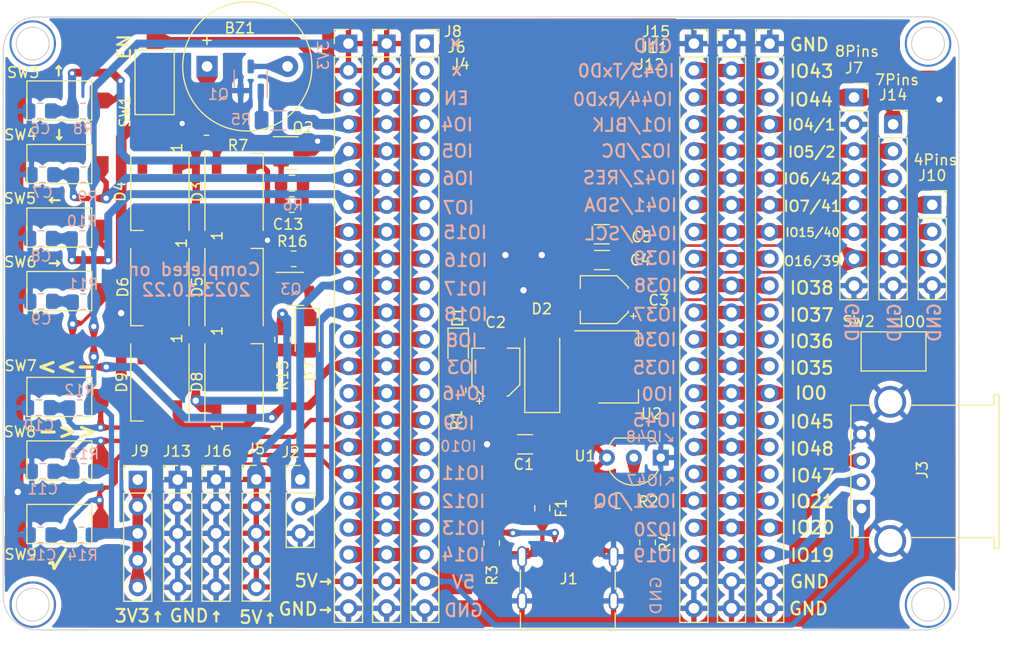
<source format=kicad_pcb>
(kicad_pcb (version 20221018) (generator pcbnew)
  (layers (0 "F.Cu" signal) (31 "B.Cu" signal) (34 "B.Paste" user) (35 "F.Paste" user) (36 "B.SilkS" user "B.Silkscreen") (37 "F.SilkS" user "F.Silkscreen") (38 "B.Mask" user) (39 "F.Mask" user) (44 "Edge.Cuts" user))
  (net 0 "")
  (net 1 "+5V")
  (net 2 "Net-(BZ1-+)")
  (net 3 "GND")
  (net 4 "Net-(D1-A)")
  (net 5 "Net-(F1-Pad1)")
  (net 6 "Net-(J1-CC1)")
  (net 7 "Net-(J1-D+-PadA6)")
  (net 8 "Net-(J1-D--PadA7)")
  (net 10 "Net-(J1-CC2)")
  (net 12 "+3V3")
  (net 13 "/EN")
  (net 14 "/GPIO4")
  (net 15 "/GPIO6")
  (net 16 "/GPIO7")
  (net 17 "/GPIO5")
  (net 18 "/GPIO16")
  (net 19 "/GPIO17")
  (net 20 "/GPIO18")
  (net 21 "/GPIO8")
  (net 22 "/GPIO3")
  (net 23 "/GPIO46")
  (net 24 "/GPIO9")
  (net 25 "/GPIO10")
  (net 26 "/GPIO11")
  (net 27 "/GPIO12")
  (net 28 "/GPIO13")
  (net 29 "/GPIO14")
  (net 30 "/TxD0")
  (net 31 "/RxD0")
  (net 32 "/GPIO42")
  (net 33 "/GPIO41")
  (net 34 "/GPIO40")
  (net 35 "/GPIO39")
  (net 36 "/GPIO38")
  (net 37 "/GPIO37")
  (net 38 "/GPIO36")
  (net 39 "/GPIO35")
  (net 40 "/GPIO0")
  (net 41 "/GPIO45")
  (net 42 "/GPIO48")
  (net 43 "/GPIO47")
  (net 44 "/GPIO21")
  (net 45 "Net-(Q1-B)")
  (net 46 "/D-")
  (net 47 "/D+")
  (net 48 "Net-(Q2-B)")
  (net 49 "/BLK")
  (net 50 "/DC")
  (net 51 "/DIN")
  (net 52 "Net-(D3-DOUT)")
  (net 53 "Net-(Q3-B)")
  (net 55 "Net-(D4-DIN)")
  (net 56 "Net-(D5-DOUT)")
  (net 57 "Net-(D6-DIN)")
  (net 58 "Net-(D7-K)")
  (net 59 "Net-(D7-A)")
  (net 60 "Net-(D8-DOUT)")
  (net 63 "Net-(D3-DIN)")
  (footprint "Connector_PinHeader_2.54mm:PinHeader_1x22_P2.54mm_Vertical" (layer "F.Cu") (at 166.95 80)
    (fp_text reference "J11")
    (fp_text value "Conn_01x22_Pin")
  )
  (footprint "Connector_PinSocket_2.54mm:PinSocket_1x07_P2.54mm_Vertical" (layer "F.Cu") (at 182.2 87.63)
    (fp_text reference "J14")
    (fp_text value "Conn_01x07_Socket")
  )
  (footprint "Resistor_SMD:R_0805_2012Metric_Pad1.20x1.40mm_HandSolder" (layer "F.Cu") (at 141.14 112.75 -90)
    (fp_text reference "R1")
    (fp_text value "10k")
  )
  (footprint "Connector_PinHeader_2.54mm:PinHeader_1x05_P2.54mm_Vertical" (layer "F.Cu") (at 122.1 121.17)
    (fp_text reference "J5")
    (fp_text value "Conn_01x05_Pin")
  )
  (footprint "Button_Switch_SMD:SW_SPST_CK_RS282G05A3" (layer "F.Cu") (at 103.51 113.38)
    (fp_text reference "SW7")
    (fp_text value "SW_Push_Open")
  )
  (footprint "Resistor_SMD:R_0805_2012Metric_Pad1.20x1.40mm_HandSolder" (layer "F.Cu") (at 117.4 89.4 180)
    (fp_text reference "R7")
    (fp_text value "5.1k")
  )
  (footprint "Connector_USB:USB_A_Stewart_SS-52100-001_Horizontal" (layer "F.Cu") (at 179.22 123.91 90)
    (fp_text reference "J3")
    (fp_text value "USB_A")
  )
  (footprint "Connector_PinHeader_2.54mm:PinHeader_1x05_P2.54mm_Vertical" (layer "F.Cu") (at 114.68 121.19)
    (fp_text reference "J13")
    (fp_text value "Conn_01x05_Pin")
  )
  (footprint "Button_Switch_SMD:SW_SPST_CK_RS282G05A3" (layer "F.Cu") (at 103.51 103.38)
    (fp_text reference "SW6")
    (fp_text value "SW_Push_Open")
  )
  (footprint "Connector_PinHeader_2.54mm:PinHeader_1x05_P2.54mm_Vertical" (layer "F.Cu") (at 110.91 121.19)
    (fp_text reference "J9")
    (fp_text value "Conn_01x05_Pin")
  )
  (footprint "LED_SMD:LED_0805_2012Metric_Pad1.15x1.40mm_HandSolder" (layer "F.Cu") (at 141.15 108.735 -90)
    (fp_text reference "D1")
    (fp_text value "LED_Green")
  )
  (footprint "Capacitor_SMD:C_1206_3216Metric_Pad1.33x1.80mm_HandSolder" (layer "F.Cu") (at 154.74 100.45 180)
    (fp_text reference "C4")
    (fp_text value "0.1uF")
  )
  (footprint "Connector_PinHeader_2.54mm:PinHeader_1x05_P2.54mm_Vertical" (layer "F.Cu") (at 118.3 121.18)
    (fp_text reference "J16")
    (fp_text value "Conn_01x05_Pin")
  )
  (footprint "Button_Switch_SMD:SW_SPST_CK_RS282G05A3" (layer "F.Cu") (at 103.51 119.38)
    (fp_text reference "SW8")
    (fp_text value "SW_Push_Open")
  )
  (footprint "Button_Switch_SMD:SW_SPST_CK_RS282G05A3" (layer "F.Cu") (at 103.51 91.38)
    (fp_text reference "SW4")
    (fp_text value "SW_Push_Open")
  )
  (footprint "Connector_PinSocket_2.54mm:PinSocket_1x22_P2.54mm_Vertical" (layer "F.Cu") (at 138 80)
    (fp_text reference "J8")
    (fp_text value "Conn_01x22_Socket")
  )
  (footprint "LED_SMD:LED_WS2812B_PLCC4_5.0x5.0mm_P3.2mm" (layer "F.Cu") (at 113 112 -90)
    (fp_text reference "D9")
    (fp_text value "WS2812B")
  )
  (footprint "Capacitor_SMD:C_1206_3216Metric_Pad1.33x1.80mm_HandSolder" (layer "F.Cu") (at 147.4625 117.85 180)
    (fp_text reference "C1")
    (fp_text value "0.1uF")
  )
  (footprint "LED_SMD:LED_WS2812B_PLCC4_5.0x5.0mm_P3.2mm" (layer "F.Cu") (at 113 94 -90)
    (fp_text reference "D4")
    (fp_text value "WS2812B")
  )
  (footprint "Connector_PinSocket_2.54mm:PinSocket_1x08_P2.54mm_Vertical" (layer "F.Cu") (at 178.51 85.09)
    (fp_text reference "J7")
    (fp_text value "Conn_01x08_Socket")
  )
  (footprint "Connector_PinHeader_2.54mm:PinHeader_1x03_P2.54mm_Vertical" (layer "F.Cu") (at 126.25 121.18)
    (fp_text reference "J2")
    (fp_text value "Conn_01x03_Pin")
  )
  (footprint "Buzzer_Beeper:Buzzer_12x9.5RM7.6" (layer "F.Cu") (at 117.45 82.16)
    (fp_text reference "BZ1")
    (fp_text value "Buzzer")
  )
  (footprint "Capacitor_SMD:C_0805_2012Metric_Pad1.18x1.45mm_HandSolder" (layer "F.Cu") (at 125.4705 93.179)
    (fp_text reference "C13")
    (fp_text value "22pF")
  )
  (footprint "Connector_USB:USB_C_Receptacle_Palconn_UTC16-G" (layer "F.Cu") (at 151.5 130.405)
    (fp_text reference "J1")
    (fp_text value "USB_C_Receptacle_USB2.0")
  )
  (footprint "Resistor_SMD:R_0805_2012Metric_Pad1.20x1.40mm_HandSolder" (layer "F.Cu") (at 159.03 127.12 -90)
    (fp_text reference "R4")
    (fp_text value "5.1k")
  )
  (footprint "Package_TO_SOT_SMD:SOT-23" (layer "F.Cu") (at 125.38 90.36)
    (fp_text reference "Q2")
    (fp_text value "S8550")
  )
  (footprint "Connector_PinSocket_2.54mm:PinSocket_1x04_P2.54mm_Vertical" (layer "F.Cu") (at 185.9 95.23)
    (fp_text reference "J10")
    (fp_text value "Conn_01x04_Socket")
  )
  (footprint "Connector_PinHeader_2.54mm:PinHeader_1x22_P2.54mm_Vertical" (layer "F.Cu") (at 170.55 80)
    (fp_text reference "J12")
    (fp_text value "Conn_01x22_Pin")
  )
  (footprint "Connector_PinSocket_2.54mm:PinSocket_1x22_P2.54mm_Vertical" (layer "F.Cu") (at 163.4 80)
    (fp_text reference "J15")
    (fp_text value "Conn_01x22_Socket")
  )
  (footprint "Package_TO_SOT_SMD:SOT-23-3_S8050" (layer "F.Cu") (at 125.7675 103.17)
    (fp_text reference "Q3")
    (fp_text value "S8050")
  )
  (footprint "Package_TO_SOT_THT:TO-92_Inline_Wide" (layer "F.Cu") (at 160.27 119.11 180)
    (fp_text reference "U1")
    (fp_text value "DS18B20")
  )
  (footprint "Resistor_SMD:R_0805_2012Metric_Pad1.20x1.40mm_HandSolder" (layer "F.Cu") (at 144.31 127.19 -90)
    (fp_text reference "R3")
    (fp_text value "5.1k")
  )
  (footprint "Connector_PinHeader_2.54mm:PinHeader_1x22_P2.54mm_Vertical" (layer "F.Cu") (at 130.8 80)
    (fp_text reference "J4")
    (fp_text value "Conn_01x22_Pin")
  )
  (footprint "Button_Switch_SMD:SW_SPST_CK_RS282G05A3" (layer "F.Cu") (at 103.51 85.38)
    (fp_text reference "SW3")
    (fp_text value "SW_Push_Open")
  )
  (footprint "Resistor_SMD:R_0805_2012Metric_Pad1.20x1.40mm_HandSolder" (layer "F.Cu") (at 124.58 107.95 -90)
    (fp_text reference "R15")
    (fp_text value "100R")
  )
  (footprint "Capacitor_SMD:CP_Elec_4x5.4" (layer "F.Cu") (at 144.71 111.03 90)
    (fp_text reference "C2")
    (fp_text value "22uF")
  )
  (footprint "Button_Switch_SMD:SW_SPST_CK_RS282G05A3" (layer "F.Cu") (at 103.51 97.38)
    (fp_text reference "SW5")
    (fp_text value "SW_Push_Open")
  )
  (footprint "Capacitor_SMD:CP_Elec_4x5.4" (layer "F.Cu") (at 154.94 104.19 180)
    (fp_text reference "C3")
    (fp_text value "22uF")
  )
  (footprint "Resistor_SMD:R_0805_2012Metric_Pad1.20x1.40mm_HandSolder" (layer "F.Cu") (at 156.21 123.18 180)
    (fp_text reference "R2")
    (fp_text value "4.7k")
  )
  (footprint "Button_Switch_SMD:SW_SPST_CK_RS282G05A3" (layer "F.Cu") (at 182.24 109.08 180)
    (fp_text reference "SW2")
    (fp_text value "SW_Push_Open")
  )
  (footprint "Package_TO_SOT_SMD:SOT-223-3_TabPin2" (layer "F.Cu") (at 156.26 110.54)
    (fp_text reference "U2")
    (fp_text value "AMS1117-3.3")
  )
  (footprint "LED_SMD:LED_1206_3216Metric_Pad1.42x1.75mm_HandSolder" (layer "F.Cu") (at 126.91 107.4675 -90)
    (fp_text reference "D7")
    (fp_text value "LED")
  )
  (footprint "LED_SMD:LED_WS2812B_PLCC4_5.0x5.0mm_P3.2mm" (layer "F.Cu") (at 113 103 -90)
    (fp_text reference "D6")
    (fp_text value "WS2812B")
  )
  (footprint "Button_Switch_SMD:SW_SPST_CK_RS282G05A3" (layer "F.Cu") (at 112.5 83.65 90)
    (fp_text reference "SW1")
    (fp_text value "SW_Push_Open")
  )
  (footprint "Resistor_SMD:R_0805_2012Metric_Pad1.20x1.40mm_HandSolder" (layer "F.Cu") (at 125.63 100.33 180)
    (fp_text reference "R16")
    (fp_text value "5.1k")
  )
  (footprint "Resistor_SMD:R_0805_2012Metric_Pad1.20x1.40mm_HandSolder" (layer "F.Cu") (at 125.45 95.21 180)
    (fp_text reference "R6")
    (fp_text value "5.1k")
  )
  (footprint "LED_SMD:LED_WS2812B_PLCC4_5.0x5.0mm_P3.2mm" (layer "F.Cu") (at 120 112 90)
    (fp_text reference "D8")
    (fp_text value "WS2812B")
  )
  (footprint "Diode_SMD:D_SMA_Handsoldering" (layer "F.Cu") (at 149.09 110.34 90)
    (fp_text reference "D2")
    (fp_text value "ESD5Zxx")
  )
  (footprint "Fuse:Fuse_0805_2012Metric_Pad1.15x1.40mm_HandSolder" (layer "F.Cu") (at 149.09 123.885 90)
    (fp_text reference "F1")
    (fp_text value "Fuse_Small")
  )
  (footprint "LED_SMD:LED_WS2812B_PLCC4_5.0x5.0mm_P3.2mm" (layer "F.Cu") (at 120 103 90)
    (fp_text reference "D5")
    (fp_text value "WS2812B")
  )
  (footprint "Capacitor_SMD:C_1206_3216Metric_Pad1.33x1.80mm_HandSolder" (layer "F.Cu") (at 154.6975 98.01 180)
    (fp_text reference "C5")
    (fp_text value "0.1uF")
  )
  (footprint "LED_SMD:LED_WS2812B_PLCC4_5.0x5.0mm_P3.2mm" (layer "F.Cu") (at 120 94 90)
    (fp_text reference "D3")
    (fp_text value "WS2812B")
  )
  (footprint "Button_Switch_SMD:SW_SPST_CK_RS282G05A3" (layer "F.Cu") (at 103.51 125.38)
    (fp_text reference "SW9")
    (fp_text value "SW_Push_Open")
  )
  (footprint "Connector_PinHeader_2.54mm:PinHeader_1x22_P2.54mm_Vertical" (layer "F.Cu") (at 134.4 80)
    (fp_text reference "J6")
    (fp_text value "Conn_01x22_Pin")
  )
  (footprint "Resistor_SMD:R_0805_2012Metric_Pad1.20x1.40mm_HandSolder" (layer "B.Cu") (at 105.75 86.38 180)
    (fp_text reference "R8")
    (fp_text value "9.1k")
  )
  (footprint "Capacitor_SMD:C_0805_2012Metric_Pad1.18x1.45mm_HandSolder" (layer "B.Cu") (at 101.5825 114.39)
    (fp_text reference "C10")
    (fp_text value "22pF")
  )
  (footprint "Capacitor_SMD:C_0805_2012Metric_Pad1.18x1.45mm_HandSolder" (layer "B.Cu") (at 101.8 104.35)
    (fp_text reference "C9")
    (fp_text value "22pF")
  )
  (footprint "Capacitor_SMD:C_0805_2012Metric_Pad1.18x1.45mm_HandSolder" (layer "B.Cu") (at 101.9125 92.39)
    (fp_text reference "C7")
    (fp_text value "22pF")
  )
  (footprint "Resistor_SMD:R_1206_3216Metric_Pad1.30x1.75mm_HandSolder" (layer "B.Cu") (at 124.15 87.25 180)
    (fp_text reference "R5")
    (fp_text value "5.1k")
  )
  (footprint "Resistor_SMD:R_0805_2012Metric_Pad1.20x1.40mm_HandSolder" (layer "B.Cu") (at 105.78 92.39 180)
    (fp_text reference "R9")
    (fp_text value "9.1k")
  )
  (footprint "Resistor_SMD:R_0805_2012Metric_Pad1.20x1.40mm_HandSolder" (layer "B.Cu") (at 105.59 126.41 180)
    (fp_text reference "R14")
    (fp_text value "9.1k")
  )
  (footprint "Capacitor_SMD:C_0805_2012Metric_Pad1.18x1.45mm_HandSolder" (layer "B.Cu") (at 101.7825 98.41)
    (fp_text reference "C8")
    (fp_text value "22pF")
  )
  (footprint "Capacitor_SMD:C_0805_2012Metric_Pad1.18x1.45mm_HandSolder" (layer "B.Cu") (at 101.7425 126.41)
    (fp_text reference "C12")
    (fp_text value "22pF")
  )
  (footprint "Resistor_SMD:R_0805_2012Metric_Pad1.20x1.40mm_HandSolder" (layer "B.Cu") (at 105.43 114.39 180)
    (fp_text reference "R12")
    (fp_text value "9.1k")
  )
  (footprint "Resistor_SMD:R_0805_2012Metric_Pad1.20x1.40mm_HandSolder" (layer "B.Cu") (at 105.82 120.41 180)
    (fp_text reference "R13")
    (fp_text value "9.1k")
  )
  (footprint "Package_TO_SOT_SMD:SOT-23-3_S8050" (layer "B.Cu") (at 121.57 83.3025 90)
    (fp_text reference "Q1")
    (fp_text value "S8050")
  )
  (footprint "Capacitor_SMD:C_0805_2012Metric_Pad1.18x1.45mm_HandSolder" (layer "B.Cu") (at 101.7025 86.37)
    (fp_text reference "C6")
    (fp_text value "22pF")
  )
  (footprint "Resistor_SMD:R_0805_2012Metric_Pad1.20x1.40mm_HandSolder" (layer "B.Cu") (at 105.66 98.42 180)
    (fp_text reference "R10")
    (fp_text value "9.1k")
  )
  (footprint "Capacitor_SMD:C_0805_2012Metric_Pad1.18x1.45mm_HandSolder" (layer "B.Cu") (at 101.94 120.4)
    (fp_text reference "C11")
    (fp_text value "22pF")
  )
  (footprint "Resistor_SMD:R_0805_2012Metric_Pad1.20x1.40mm_HandSolder" (layer "B.Cu") (at 105.76 104.39 180)
    (fp_text reference "R11")
    (fp_text value "9.1k")
  )
  (gr_circle (center 101 133) (end 103.1 133) (stroke (width 0.2)) (fill none) (layer "F.Cu"))
  (gr_circle (center 185.5 133) (end 187.6 133) (stroke (width 0.2)) (fill none) (layer "B.Cu"))
  (gr_circle (center 185.5 80) (end 187.6 80) (stroke (width 0.2)) (fill none) (layer "B.Cu"))
  (gr_circle (center 101 80) (end 103.1 80) (stroke (width 0.2)) (fill none) (layer "B.Cu"))
  (gr_circle (center 101 133) (end 103.1 133) (stroke (width 0.2)) (fill none) (layer "B.Cu"))
  (gr_line (start 185.3 135.384011) (end 101.381328 135.384011) (stroke (width 0.1)) (layer "Edge.Cuts"))
  (gr_line (start 101.330752 77.489983) (end 185.238638 77.476002) (stroke (width 0.1)) (layer "Edge.Cuts"))
  (gr_circle (center 101 80) (end 102.55 80) (stroke (width 0.1)) (fill none) (layer "Edge.Cuts"))
  (gr_circle (center 185.5 133) (end 187.05 133) (stroke (width 0.1)) (fill none) (layer "Edge.Cuts"))
  (gr_arc (start 101.381328 135.384011) (mid 99.16 134.47) (end 98.211311 132.26326) (stroke (width 0.1)) (layer "Edge.Cuts"))
  (gr_arc (start 188.420751 132.213994) (mid 187.506753 134.435356) (end 185.3 135.384011) (stroke (width 0.1)) (layer "Edge.Cuts"))
  (gr_arc (start 185.238638 77.476002) (mid 187.459989 78.389989) (end 188.408655 80.596753) (stroke (width 0.1)) (layer "Edge.Cuts"))
  (gr_arc (start 98.210001 80.66) (mid 99.124012 78.438672) (end 101.330752 77.489983) (stroke (width 0.1)) (layer "Edge.Cuts"))
  (gr_circle (center 185.5 80) (end 187.05 80) (stroke (width 0.1)) (fill none) (layer "Edge.Cuts"))
  (gr_line (start 98.211311 132.26326) (end 98.210001 80.66) (stroke (width 0.1)) (layer "Edge.Cuts"))
  (gr_line (start 188.420751 132.213994) (end 188.408655 80.596753) (stroke (width 0.1)) (layer "Edge.Cuts"))
  (gr_circle (center 101 133) (end 102.55 133) (stroke (width 0.1)) (fill none) (layer "Edge.Cuts"))
  (gr_text "x" (at 141.51 80.56) (layer "B.SilkS") (effects (font (size 1.2 1.2) (thickness 0.2) bold) (justify left bottom mirror)))
  (gr_text "IO9" (at 142.83 116.56) (layer "B.SilkS") (effects (font (size 1.2 1.2) (thickness 0.2) bold) (justify left bottom mirror)))
  (gr_text "IO1/BLK" (at 161.51 88.4) (layer "B.SilkS") (effects (font (size 1.2 1.2) (thickness 0.2) bold) (justify left bottom mirror)))
  (gr_text "IO21/DQ" (at 161.87 123.92) (layer "B.SilkS") (effects (font (size 1.2 1.2) (thickness 0.2) bold) (justify left bottom mirror)))
  (gr_text "IO3" (at 143.2 111.29) (layer "B.SilkS") (effects (font (size 1.2 1.2) (thickness 0.2) bold) (justify left bottom mirror)))
  (gr_text "EN" (at 142.27 85.87) (layer "B.SilkS") (effects (font (size 1.2 1.2) (thickness 0.2) bold) (justify left bottom mirror)))
  (gr_text "IO46" (at 143.9 113.75) (layer "B.SilkS") (effects (font (size 1.2 1.2) (thickness 0.2) bold) (justify left bottom mirror)))
  (gr_text "↙IO48" (at 161.75 117.72) (layer "B.SilkS") (effects (font (size 1 1)) (justify left bottom mirror)))
  (gr_text "IO14" (at 143.84 128.99) (layer "B.SilkS") (effects (font (size 1.2 1.2) (thickness 0.2) bold) (justify left bottom mirror)))
  (gr_text "↖IO47" (at 161.82 121.86) (layer "B.SilkS") (effects (font (size 1 1)) (justify left bottom mirror)))
  (gr_text "GND" (at 183.04 104.41 90) (layer "B.SilkS") (effects (font (size 1.2 1.2) (thickness 0.2) bold) (justify left bottom mirror)))
  (gr_text "IO7" (at 142.8 96.22) (layer "B.SilkS") (effects (font (size 1.2 1.2) (thickness 0.2) bold) (justify left bottom mirror)))
  (gr_text "IO12" (at 143.84 123.94) (layer "B.SilkS") (effects (font (size 1.2 1.2) (thickness 0.2) bold) (justify left bottom mirror)))
  (gr_text "GND" (at 179.08 104.36 90) (layer "B.SilkS") (effects (font (size 1.2 1.2) (thickness 0.2) bold) (justify left bottom mirror)))
  (gr_text "IO43\\TxD0" (at 161.71 83.28) (layer "B.SilkS") (effects (font (size 1.2 1.2) (thickness 0.2) bold) (justify left bottom mirror)))
  (gr_text "IO5" (at 142.69 90.86) (layer "B.SilkS") (effects (font (size 1.2 1.2) (thickness 0.2) bold) (justify left bottom mirror)))
  (gr_text "IO13" (at 143.86 126.47) (layer "B.SilkS") (effects (font (size 1.2 1.2) (thickness 0.2) bold) (justify left bottom mirror)))
  (gr_text "GND" (at 186.8 104.39 90) (layer "B.SilkS") (effects (font (size 1.2 1.2) (thickness 0.2) bold) (justify left bottom mirror)))
  (gr_text "IO35" (at 161.88 111.32) (layer "B.SilkS") (effects (font (size 1.2 1.2) (thickness 0.2) bold) (justify left bottom mirror)))
  (gr_text "IO40/SCL" (at 161.95 98.66) (layer "B.SilkS") (effects (font (size 1.2 1.2) (thickness 0.2) bold) (justify left bottom mirror)))
  (gr_text "IO39" (at 161.93 100.98) (layer "B.SilkS") (effects (font (size 1.2 1.2) (thickness 0.2) bold) (justify left bottom mirror)))
  (gr_text "IO41/SDA" (at 161.94 95.97) (layer "B.SilkS") (effects (font (size 1.2 1.2) (thickness 0.2) bold) (justify left bottom mirror)))
  (gr_text "IO16" (at 144.05 101.17) (layer "B.SilkS") (effects (font (size 1.2 1.2) (thickness 0.2) bold) (justify left bottom mirror)))
  (gr_text "IO17" (at 144.03 103.87) (layer "B.SilkS") (effects (font (size 1.2 1.2) (thickness 0.2) bold) (justify left bottom mirror)))
  (gr_text "IO18" (at 144.07 106.28) (layer "B.SilkS") (effects (font (size 1.2 1.2) (thickness 0.2) bold) (justify left bottom mirror)))
  (gr_text "IO45" (at 161.88 116.27) (layer "B.SilkS") (effects (font (size 1.2 1.2) (thickness 0.2) bold) (justify left bottom mirror)))
  (gr_text "IO37" (at 161.95 106.31) (layer "B.SilkS") (effects (font (size 1.2 1.2) (thickness 0.2) bold) (justify left bottom mirror)))
  (gr_text "x" (at 141.63 83.14) (layer "B.SilkS") (effects (font (size 1.2 1.2) (thickness 0.2) bold) (justify left bottom mirror)))
  (gr_text "IO44\\RxD0" (at 161.54 85.98) (layer "B.SilkS") (effects (font (size 1.2 1.2) (thickness 0.2) bold) (justify left bottom mirror)))
  (gr_text "GND" (at 160.41 130.2 90) (layer "B.SilkS") (effects (font (size 1 1.2)) (justify left bottom mirror)))
  (gr_text "GND" (at 143.63 134.24) (layer "B.SilkS") (effects (font (size 1.2 1.2) (thickness 0.2) bold) (justify left bottom mirror)))
  (gr_text "3V3" (at 129.02 79.64 90) (layer "B.SilkS") (effects (font (size 1 1)) (justify left bottom mirror)))
  (gr_text "IO2/DC" (at 161.42 90.86) (layer "B.SilkS") (effects (font (size 1.2 1.2) (thickness 0.2) bold) (justify left bottom mirror)))
  (gr_text "IO19" (at 161.93 129.07) (layer "B.SilkS") (effects (font (size 1.2 1.2) (thickness 0.2) bold) (justify left bottom mirror)))
  (gr_text "IO11" (at 143.83 121.28) (layer "B.SilkS") (effects (font (size 1.2 1.2) (thickness 0.2) bold) (justify left bottom mirror)))
  (gr_text "5V" (at 142.87 131.56) (layer "B.SilkS") (effects (font (size 1.2 1.2) (thickness 0.2) bold) (justify left bottom mirror)))
  (gr_text "IO0" (at 161.57 113.82) (layer "B.SilkS") (effects (font (size 1.2 1.2) (thickness 0.2) bold) (justify left bottom mirror)))
  (gr_text "IO15" (at 144 98.54) (layer "B.SilkS") (effects (font (size 1.2 1.2) (thickness 0.2) bold) (justify left bottom mirror)))
  (gr_text "IO10" (at 142.99 118.62) (layer "B.SilkS") (effects (font (size 1 1)) (justify left bottom mirror)))
  (gr_text "IO42/RES" (at 161.86 93.38) (layer "B.SilkS") (effects (font (size 1.2 1.2) (thickness 0.2) bold) (justify left bottom mirror)))
  (gr_text "IO36" (at 161.9 108.68) (layer "B.SilkS") (effects (font (size 1.2 1.2) (thickness 0.2) bold) (justify left bottom mirror)))
  (gr_text "IO8" (at 143.11 108.74) (layer "B.SilkS") (effects (font (size 1.2 1.2) (thickness 0.2) bold) (justify left bottom mirror)))
  (gr_text "IO6" (at 142.76 93.44) (layer "B.SilkS") (effects (font (size 1.2 1.2) (thickness 0.2) bold) (justify left bottom mirror)))
  (gr_text "GND" (at 161.5 80.91) (layer "B.SilkS") (effects (font (size 1.2 1.2) (thickness 0.2) bold) (justify left bottom mirror)))
  (gr_text "IO38" (at 161.99 103.57) (layer "B.SilkS") (effects (font (size 1.2 1.2) (thickness 0.2) bold) (justify left bottom mirror)))
  (gr_text "Completed on\n 2023.10.22" (at 122.62 103.97) (layer "B.SilkS") (effects (font (size 1.2 1.2) (thickness 0.2) bold) (justify left bottom mirror)))
  (gr_text "IO20" (at 161.95 126.62) (layer "B.SilkS") (effects (font (size 1.2 1.2) (thickness 0.2) bold) (justify left bottom mirror)))
  (gr_text "IO4" (at 142.67 88.37) (layer "B.SilkS") (effects (font (size 1.2 1.2) (thickness 0.2) bold) (justify left bottom mirror)))
  (gr_text "4Pins" (at 184.02 91.57) (layer "F.SilkS") (effects (font (size 1 1)) (justify left bottom)))
  (gr_text "GND" (at 172.26 134.08) (layer "F.SilkS") (effects (font (size 1.2 1.2) (thickness 0.2) bold) (justify left bottom)))
  (gr_text "→" (at 102.18 101.37) (layer "F.SilkS") (effects (font (size 1.2 1.2) (thickness 0.2) bold) (justify left bottom)))
  (gr_text "3V3↑" (at 108.61 134.76) (layer "F.SilkS") (effects (font (size 1.2 1.2) (thickness 0.2) bold) (justify left bottom)))
  (gr_text "IO19" (at 172.39 129.03) (layer "F.SilkS") (effects (font (size 1.2 1.2) (thickness 0.2) bold) (justify left bottom)))
  (gr_text "IO15/40" (at 171.95 98.31) (layer "F.SilkS") (effects (font (size 0.8 0.8) (thickness 0.15) bold) (justify left bottom)))
  (gr_text "↑" (at 102.57 83.19) (layer "F.SilkS") (effects (font (size 1.2 1.2) (thickness 0.2) bold) (justify left bottom)))
  (gr_text "IO0" (at 172.84 113.72) (layer "F.SilkS") (effects (font (size 1.2 1.2) (thickness 0.2) bold) (justify left bottom)))
  (gr_text "IO38" (at 172.33 103.79) (layer "F.SilkS") (effects (font (size 1.2 1.2) (thickness 0.2) bold) (justify left bottom)))
  (gr_text "←" (at 102.2 95.41) (layer "F.SilkS") (effects (font (size 1.2 1.2) (thickness 0.2) bold) (justify left bottom)))
  (gr_text "IO4/1" (at 172.13 88.26) (layer "F.SilkS") (effects (font (size 1 1) (thickness 0.18) bold) (justify left bottom)))
  (gr_text "GND→" (at 124.08 134.11) (layer "F.SilkS") (effects (font (size 1.2 1.2) (thickness 0.2) bold) (justify left bottom)))
  (gr_text "IO48" (at 172.36 118.99) (layer "F.SilkS") (effects (font (size 1.2 1.2) (thickness 0.2) bold) (justify left bottom)))
  (gr_text "EN" (at 110.33 81.61 90) (layer "F.SilkS") (effects (font (size 1.2 1.2) (thickness 0.2) bold) (justify left bottom)))
  (gr_text "√" (at 102.11 129.78) (layer "F.SilkS") (effects (font (size 1.5 1.5) (thickness 0.3) bold) (justify left bottom)))
  (gr_text "IO37" (at 172.34 106.35) (layer "F.SilkS") (effects (font (size 1.2 1.2) (thickness 0.2) bold) (justify left bottom)))
  (gr_text "IO0" (at 182.67 106.87) (layer "F.SilkS") (effects (font (size 1 1)) (justify left bottom)))
  (gr_text "IO47" (at 172.42 121.53) (layer "F.SilkS") (effects (font (size 1.2 1.2) (thickness 0.2) bold) (justify left bottom)))
  (gr_text "GND↑" (at 113.79 134.75) (layer "F.SilkS") (effects (font (size 1.2 1.2) (thickness 0.2) bold) (justify left bottom)))
  (gr_text "->>" (at 101.33 117.46) (layer "F.SilkS") (effects (font (size 1.5 1.5) (thickness 0.3) bold) (justify left bottom)))
  (gr_text "GND" (at 172.34 80.81) (layer "F.SilkS") (effects (font (size 1.2 1.2) (thickness 0.2) bold) (justify left bottom)))
  (gr_text "O16/39" (at 171.81 101.08) (layer "F.SilkS") (effects (font (size 0.9 0.9) (thickness 0.15) bold) (justify left bottom)))
  (gr_text "7Pins" (at 180.4 84.01) (layer "F.SilkS") (effects (font (size 1 1)) (justify left bottom)))
  (gr_text "IO45" (at 172.36 116.43) (layer "F.SilkS") (effects (font (size 1.2 1.2) (thickness 0.2) bold) (justify left bottom)))
  (gr_text "IO6/42" (at 171.73 93.36) (layer "F.SilkS") (effects (font (size 1 1) (thickness 0.18) bold) (justify left bottom)))
  (gr_text "IO44" (at 172.27 86.01) (layer "F.SilkS") (effects (font (size 1.2 1.2) (thickness 0.2) bold) (justify left bottom)))
  (gr_text "GND" (at 172.37 131.53) (layer "F.SilkS") (effects (font (size 1.2 1.2) (thickness 0.2) bold) (justify left bottom)))
  (gr_text "5V→" (at 125.59 131.44) (layer "F.SilkS") (effects (font (size 1.2 1.2) (thickness 0.2) bold) (justify left bottom)))
  (gr_text "IO21" (at 172.38 123.95) (layer "F.SilkS") (effects (font (size 1.2 1.2) (thickness 0.2) bold) (justify left bottom)))
  (gr_text "<<-" (at 101.22 111.32) (layer "F.SilkS") (effects (font (size 1.5 1.5) (thickness 0.3) bold) (justify left bottom)))
  (gr_text "IO43" (at 172.32 83.32) (layer "F.SilkS") (effects (font (size 1.2 1.2) (thickness 0.2) bold) (justify left bottom)))
  (gr_text "IO35" (at 172.32 111.35) (layer "F.SilkS") (effects (font (size 1.2 1.2) (thickness 0.2) bold) (justify left bottom)))
  (gr_text "8Pins" (at 176.62 81.32) (layer "F.SilkS") (effects (font (size 1 1)) (justify left bottom)))
  (gr_text "IO7/41" (at 171.74 95.95) (layer "F.SilkS") (effects (font (size 1 1) (thickness 0.18) bold) (justify left bottom)))
  (gr_text "↓" (at 102.62 89.22) (layer "F.SilkS") (effects (font (size 1.2 1.2) (thickness 0.2) bold) (justify left bottom)))
  (gr_text "IO5/2" (at 172.17 90.83) (layer "F.SilkS") (effects (font (size 1 1) (thickness 0.18) bold) (justify left bottom)))
  (gr_text "IO20" (at 172.42 126.42) (layer "F.SilkS") (effects (font (size 1.2 1.2) (thickness 0.2) bold) (justify left bottom)))
  (gr_text "5V↑" (at 120.37 134.89) (layer "F.SilkS") (effects (font (size 1.2 1.2) (thickness 0.2) bold) (justify left bottom)))
  (gr_text "IO36" (at 172.32 108.83) (layer "F.SilkS") (effects (font (size 1.2 1.2) (thickness 0.2) bold) (justify left bottom)))
  (segment (start 118.35 105.45) (end 116.5 105.45) (width 0.5) (layer "F.Cu") (net 1))
  (segment (start 116.4 96.54) (end 116.4 100.56) (width 0.75) (layer "F.Cu") (net 1))
  (segment (start 116.39 109.55) (end 116.4 109.56) (width 0.5) (layer "F.Cu") (net 1))
  (segment (start 116.4 113.87) (end 116.98 114.45) (width 0.75) (layer "F.Cu") (net 1))
  (segment (start 116.39 100.55) (end 116.4 100.56) (width 0.5) (layer "F.Cu") (net 1))
  (segment (start 116.4 100.56) (end 116.4 105.55) (width 0.75) (layer "F.Cu") (net 1))
  (segment (start 117.46 85.57) (end 117.46 82.17) (width 0.75) (layer "F.Cu") (net 1))
  (segment (start 114.65 91.55) (end 116.27 91.55) (width 0.5) (layer "F.Cu") (net 1))
  (segment (start 114.65 100.55) (end 116.39 100.55) (width 0.5) (layer "F.Cu") (net 1))
  (segment (start 116.4 91.68) (end 116.4 96.54) (width 0.75) (layer "F.Cu") (net 1))
  (segment (start 116.4 105.55) (end 116.4 109.56) (width 0.75) (layer "F.Cu") (net 1))
  (segment (start 116.4 89.4) (end 116.4 91.68) (width 0.75) (layer "F.Cu") (net 1))
  (segment (start 116.4 89.4) (end 116.4 86.63) (width 0.75) (layer "F.Cu") (net 1))
  (segment (start 116.98 114.45) (end 118.35 114.45) (width 0.75) (layer "F.Cu") (net 1))
  (segment (start 124.58 106.95) (end 124.58 105.56) (width 1) (layer "F.Cu") (net 1))
  (segment (start 116.5 105.45) (end 116.4 105.55) (width 0.5) (layer "F.Cu") (net 1))
  (segment (start 116.37 113.73) (end 116.4 113.76) (width 0.75) (layer "F.Cu") (net 1))
  (segment (start 116.4 86.63) (end 117.46 85.57) (width 0.75) (layer "F.Cu") (net 1))
  (segment (start 116.4 113.76) (end 116.4 113.87) (width 0.75) (layer "F.Cu") (net 1))
  (segment (start 116.4 113.7) (end 116.37 113.73) (width 0.75) (layer "F.Cu") (net 1))
  (segment (start 117.46 82.17) (end 117.45 82.16) (width 0.75) (layer "F.Cu") (net 1))
  (segment (start 114.65 109.55) (end 116.39 109.55) (width 0.5) (layer "F.Cu") (net 1))
  (segment (start 116.49 96.45) (end 116.4 96.54) (width 0.5) (layer "F.Cu") (net 1))
  (segment (start 118.35 96.45) (end 116.49 96.45) (width 0.5) (layer "F.Cu") (net 1))
  (segment (start 124.58 105.56) (end 124.55 105.53) (width 1) (layer "F.Cu") (net 1))
  (segment (start 116.27 91.55) (end 116.4 91.68) (width 0.5) (layer "F.Cu") (net 1))
  (segment (start 116.4 109.56) (end 116.4 113.7) (width 0.75) (layer "F.Cu") (net 1))
  (via (at 124.55 105.53) (size 1) (drill 0.4) (layers "F.Cu" "B.Cu") (net 1))
  (via (at 116.38 113.73) (size 1) (drill 0.6) (layers "F.Cu" "B.Cu") (net 1))
  (segment (start 144.59 134.92) (end 172.67 134.92) (width 0.5) (layer "B.Cu") (net 1))
  (segment (start 122.13 118.95) (end 122.13 121.17) (width 0.75) (layer "B.Cu") (net 1))
  (segment (start 125.02 116.08) (end 125.02 106) (width 0.75) (layer "B.Cu") (net 1))
  (segment (start 124.97 113.73) (end 125.02 113.78) (width 0.75) (layer "B.Cu") (net 1))
  (segment (start 116.38 113.73) (end 124.97 113.73) (width 0.75) (layer "B.Cu") (net 1))
  (segment (start 125.02 116.08) (end 125 116.08) (width 0.75) (layer "B.Cu") (net 1))
  (segment (start 172.67 134.92) (end 179.22 128.37) (width 0.5) (layer "B.Cu") (net 1))
  (segment (start 124.52 105.56) (end 124.55 105.53) (width 0.75) (layer "B.Cu") (net 1))
  (segment (start 125.02 106) (end 124.55 105.53) (width 0.75) (layer "B.Cu") (net 1))
  (segment (start 138 130.8) (end 140.47 130.8) (width 0.5) (layer "B.Cu") (net 1))
  (segment (start 140.47 130.8) (end 144.59 134.92) (width 0.5) (layer "B.Cu") (net 1))
  (segment (start 125 116.08) (end 122.13 118.95) (width 0.75) (layer "B.Cu") (net 1))
  (segment (start 179.22 128.37) (end 179.22 123.91) (width 0.5) (layer "B.Cu") (net 1))
  (segment (start 125.05 82.16) (end 121.575 82.16) (width 0.5) (layer "B.Cu") (net 2))
  (segment (start 109.35 113.75) (end 110.05 114.45) (width 1) (layer "F.Cu") (net 3))
  (segment (start 127.88 89.22) (end 127.88 90.03) (width 0.5) (layer "F.Cu") (net 3))
  (segment (start 123.15 108.93) (end 122.53 109.55) (width 0.5) (layer "F.Cu") (net 3))
  (segment (start 147.72 128.475) (end 148.3 127.895) (width 0.4) (layer "F.Cu") (net 3))
  (segment (start 157.65 128.12) (end 159.03 128.12) (width 0.5) (layer "F.Cu") (net 3))
  (segment (start 111.35 105.45) (end 109.39 105.45) (width 0.75) (layer "F.Cu") (net 3))
  (segment (start 157.295 128.475) (end 157.65 128.12) (width 0.5) (layer "F.Cu") (net 3))
  (segment (start 122.66 91.55) (end 123.15 92.04) (width 0.5) (layer "F.Cu") (net 3))
  (segment (start 144.31 128.19) (end 146.895 128.19) (width 0.5) (layer "F.Cu") (net 3))
  (segment (start 109.35 105.45) (end 109.34 105.46) (width 1) (layer "F.Cu") (net 3))
  (segment (start 155.82 128.475) (end 157.295 128.475) (width 0.5) (layer "F.Cu") (net 3))
  (segment (start 146.895 128.19) (end 147.18 128.475) (width 0.5) (layer "F.Cu") (net 3))
  (segment (start 123.15 92.04) (end 123.15 98.58) (width 0.5) (layer "F.Cu") (net 3))
  (segment (start 109.35 105.47) (end 109.35 105.49) (width 1) (layer "F.Cu") (net 3))
  (segment (start 121.65 91.55) (end 122.66 91.55) (width 0.5) (layer "F.Cu") (net 3))
  (segment (start 99.59 122.35) (end 99.61 122.37) (width 1) (layer "F.Cu") (net 3))
  (segment (start 154.7 127.895) (end 155.24 127.895) (width 0.4) (layer "F.Cu") (net 3))
  (segment (start 124.63 104.12) (end 123.16 104.12) (width 0.5) (layer "F.Cu") (net 3))
  (segment (start 112.5 87.55) (end 110.68 87.55) (width 1) (layer "F.Cu") (net 3))
  (segment (start 122.53 109.55) (end 121.65 109.55) (width 0.5) (layer "F.Cu") (net 3))
  (segment (start 99.61 85.38) (end 99.61 122.33) (width 1) (layer "F.Cu") (net 3))
  (segment (start 127.88 90.03) (end 127.55 90.36) (width 0.5) (layer "F.Cu") (net 3))
  (segment (start 123.15 100.44) (end 123.15 104.13) (width 0.5) (layer "F.Cu") (net 3))
  (segment (start 123.16 104.12) (end 123.15 104.13) (width 0.5) (layer "F.Cu") (net 3))
  (segment (start 99.61 122.37) (end 99.61 125.38) (width 1) (layer "F.Cu") (net 3))
  (segment (start 123.15 106.23) (end 123.15 108.93) (width 0.5) (layer "F.Cu") (net 3))
  (segment (start 109.35 96.41) (end 109.35 105.45) (width 1) (layer "F.Cu") (net 3))
  (segment (start 111.35 96.45) (end 109.39 96.45) (width 1) (layer "F.Cu") (net 3))
  (segment (start 109.35 105.49) (end 109.35 113.75) (width 1) (layer "F.Cu") (net 3))
  (segment (start 112.5 87.55) (end 115.1 87.55) (width 1) (layer "F.Cu") (net 3))
  (segment (start 109.39 105.45) (end 109.35 105.49) (width 1) (layer "F.Cu") (net 3))
  (segment (start 155.24 127.895) (end 155.82 128.475) (width 0.4) (layer "F.Cu") (net 3))
  (segment (start 121.65 100.55) (end 123.04 100.55) (width 0.5) (layer "F.Cu") (net 3))
  (segment (start 143.88 117.85) (end 145.9 117.85) (width 1) (layer "F.Cu") (net 3))
  (segment (start 123.15 104.13) (end 123.15 106.23) (width 0.5) (layer "F.Cu") (net 3))
  (segment (start 109.34 105.46) (end 109.35 105.47) (width 1) (layer "F.Cu") (net 3))
  (segment (start 127.55 90.36) (end 126.3175 90.36) (width 0.5) (layer "F.Cu") (net 3))
  (segment (start 123.15 98.58) (end 123.15 100.44) (width 0.5) (layer "F.Cu") (net 3))
  (segment (start 109.39 96.45) (end 109.35 96.41) (width 1) (layer "F.Cu") (net 3))
  (segment (start 109.35 88.88) (end 109.35 96.41) (width 1) (layer "F.Cu") (net 3))
  (segment (start 110.05 114.45) (end 111.35 114.45) (width 1) (layer "F.Cu") (net 3))
  (segment (start 123.04 100.55) (end 123.15 100.44) (width 0.5) (layer "F.Cu") (net 3))
  (segment (start 110.68 87.55) (end 109.35 88.88) (width 1) (layer "F.Cu") (net 3))
  (segment (start 99.61 122.33) (end 99.59 122.35) (width 1) (layer "F.Cu") (net 3))
  (segment (start 147.18 128.475) (end 147.72 128.475) (width 0.4) (layer "F.Cu") (net 3))
  (via (at 109.34 105.46) (size 1.2) (drill 0.6) (layers "F.Cu" "B.Cu") (net 3))
  (via (at 186.57 85.28) (size 1.2) (drill 0.6) (layers "F.Cu" "B.Cu") (net 3))
  (via (at 115.1 87.55) (size 1) (drill 0.5) (layers "F.Cu" "B.Cu") (net 3))
  (via (at 99.59 122.35) (size 1.2) (drill 0.6) (layers "F.Cu" "B.Cu") (net 3))
  (via (at 143.88 117.85) (size 1.2) (drill 0.6) (layers "F.Cu" "B.Cu") (net 3))
  (via (at 149.04 99.97) (size 1.2) (drill 0.6) (layers "F.Cu" "B.Cu") (net 3))
  (via (at 127.88 89.22) (size 1) (drill 0.5) (layers "F.Cu" "B.Cu") (net 3))
  (via (at 123.15 98.58) (size 1) (drill 0.5) (layers "F.Cu" "B.Cu") (net 3))
  (via (at 147.32 103.3) (size 1.2) (drill 0.6) (layers "F.Cu" "B.Cu") (net 3))
  (via (at 145.61 99.97) (size 1.2) (drill 0.6) (layers "F.Cu" "B.Cu") (net 3))
  (segment (start 141.14 111.75) (end 141.14 109.77) (width 1) (layer "F.Cu") (net 4))
  (segment (start 141.14 109.77) (end 141.15 109.76) (width 1) (layer "F.Cu") (net 4))
  (segment (start 153.9 127.895) (end 153.9 128.490406) (width 0.25) (layer "F.Cu") (net 5))
  (segment (start 149.1 128.490406) (end 149.1 127.895) (width 0.25) (layer "F.Cu") (net 5))
  (segment (start 149.1 127.895) (end 149.1 124.92) (width 0.4) (layer "F.Cu") (net 5))
  (segment (start 153.9 128.490406) (end 153.130406 129.26) (width 0.25) (layer "F.Cu") (net 5))
  (segment (start 149.869594 129.26) (end 149.1 128.490406) (width 0.25) (layer "F.Cu") (net 5))
  (segment (start 153.130406 129.26) (end 149.869594 129.26) (width 0.25) (layer "F.Cu") (net 5))
  (segment (start 149.1 124.92) (end 149.09 124.91) (width 0.4) (layer "F.Cu") (net 5))
  (segment (start 150.25 126.43) (end 150.26 126.23) (width 0.25) (layer "F.Cu") (net 6))
  (segment (start 150.26 126.23) (end 150.24 126.42) (width 0.25) (layer "F.Cu") (net 6))
  (segment (start 150.25 127.895) (end 150.25 126.43) (width 0.25) (layer "F.Cu") (net 6))
  (segment (start 146.29 126.19) (end 144.31 126.19) (width 0.5) (layer "F.Cu") (net 6))
  (segment (start 146.33 126.23) (end 146.29 126.19) (width 0.5) (layer "F.Cu") (net 6))
  (via (at 150.26 126.23) (size 0.8) (drill 0.4) (layers "F.Cu" "B.Cu") (net 6))
  (via (at 146.33 126.23) (size 0.8) (drill 0.4) (layers "F.Cu" "B.Cu") (net 6))
  (segment (start 146.33 126.23) (end 150.26 126.23) (width 0.5) (layer "B.Cu") (net 6))
  (segment (start 151.34 128.81) (end 151.25 128.72) (width 0.25) (layer "F.Cu") (net 7))
  (segment (start 152.215 128.81) (end 151.34 128.81) (width 0.25) (layer "F.Cu") (net 7))
  (segment (start 152.25 127.895) (end 152.25 128.775) (width 0.25) (layer "F.Cu") (net 7))
  (segment (start 152.25 128.775) (end 152.215 128.81) (width 0.25) (layer "F.Cu") (net 7))
  (segment (start 151.25 128.72) (end 151.25 127.895) (width 0.25) (layer "F.Cu") (net 7))
  (segment (start 151.725 126.99) (end 150.775 126.99) (width 0.25) (layer "F.Cu") (net 8))
  (segment (start 151.75 127.015) (end 151.725 126.99) (width 0.25) (layer "F.Cu") (net 8))
  (segment (start 150.775 126.99) (end 150.75 127.015) (width 0.25) (layer "F.Cu") (net 8))
  (segment (start 150.75 127.015) (end 150.75 127.895) (width 0.25) (layer "F.Cu") (net 8))
  (segment (start 151.75 127.895) (end 151.75 127.015) (width 0.25) (layer "F.Cu") (net 8))
  (segment (start 153.25 126.63) (end 153.25 127.895) (width 0.25) (layer "F.Cu") (net 10))
  (segment (start 159.03 126.12) (end 153.76 126.12) (width 0.25) (layer "F.Cu") (net 10))
  (segment (start 153.76 126.12) (end 153.25 126.63) (width 0.25) (layer "F.Cu") (net 10))
  (segment (start 159.33 101.6) (end 177.24 101.6) (width 0.25) (layer "F.Cu") (net 12))
  (segment (start 156.74 104.19) (end 179.77 104.19) (width 0.25) (layer "F.Cu") (net 12))
  (segment (start 159.33 98.01) (end 160.4 99.08) (width 0.25) (layer "F.Cu") (net 12))
  (segment (start 178.51 100.33) (end 180.58 100.33) (width 1.25) (layer "F.Cu") (net 12))
  (segment (start 156.26 98.01) (end 159.33 98.01) (width 0.25) (layer "F.Cu") (net 12))
  (segment (start 110.91 121.19) (end 110.91 131.35) (width 1) (layer "F.Cu") (net 12))
  (segment (start 177.24 101.6) (end 178.51 100.33) (width 0.25) (layer "F.Cu") (net 12))
  (segment (start 180.58 103.38) (end 180.58 100.33) (width 0.25) (layer "F.Cu") (net 12))
  (segment (start 110.935 121.185) (end 110.94 121.19) (width 1) (layer "F.Cu") (net 12))
  (segment (start 156.3025 100.45) (end 158.18 100.45) (width 0.25) (layer "F.Cu") (net 12))
  (segment (start 185.88 100.33) (end 185.9 100.31) (width 1.25) (layer "F.Cu") (net 12))
  (segment (start 106.76 106.72) (end 106.76 109.59) (width 0.5) (layer "F.Cu") (net 12))
  (segment (start 160.4 99.08) (end 177.26 99.08) (width 0.25) (layer "F.Cu") (net 12))
  (segment (start 177.26 99.08) (end 178.51 100.33) (width 0.25) (layer "F.Cu") (net 12))
  (segment (start 179.77 104.19) (end 180.58 103.38) (width 0.25) (layer "F.Cu") (net 12))
  (segment (start 158.18 100.45) (end 159.33 101.6) (width 0.25) (layer "F.Cu") (net 12))
  (segment (start 180.58 100.33) (end 185.88 100.33) (width 1.25) (layer "F.Cu") (net 12))
  (segment (start 153.11 110.54) (end 159.41 110.54) (width 1.25) (layer "F.Cu") (net 12))
  (via (at 106.76 109.59) (size 1) (drill 0.5) (layers "F.Cu" "B.Cu") (net 12))
  (via (at 106.76 106.72) (size 1) (drill 0.5) (layers "F.Cu" "B.Cu") (net 12))
  (segment (start 106.75 84.17) (end 106.75 86.38) (width 0.75) (layer "B.Cu") (net 12))
  (segment (start 106.76 109.59) (end 106.76 112.11) (width 0.5) (layer "B.Cu") (net 12))
  (segment (start 106.43 112.44) (end 106.43 114.39) (width 0.5) (layer "B.Cu") (net 12))
  (segment (start 110.92 80) (end 106.75 84.17) (width 0.75) (layer "B.Cu") (net 12))
  (segment (start 106.78 86.41) (end 106.78 92.39) (width 0.5) (layer "B.Cu") (net 12))
  (segment (start 106.73 126.27) (end 110.91 126.27) (width 1) (layer "B.Cu") (net 12))
  (segment (start 108.43 115.18) (end 108.43 126.21) (width 0.5) (layer "B.Cu") (net 12))
  (segment (start 106.59 126.41) (end 106.73 126.27) (width 1) (layer "B.Cu") (net 12))
  (segment (start 106.76 112.11) (end 106.43 112.44) (width 0.5) (layer "B.Cu") (net 12))
  (segment (start 130.8 80) (end 110.92 80) (width 0.75) (layer "B.Cu") (net 12))
  (segment (start 106.75 86.38) (end 106.78 86.41) (width 0.5) (layer "B.Cu") (net 12))
  (segment (start 106.82 120.41) (end 108.41 120.41) (width 0.5) (layer "B.Cu") (net 12))
  (segment (start 106.76 104.39) (end 106.76 98.52) (width 0.5) (layer "B.Cu") (net 12))
  (segment (start 106.76 106.72) (end 106.76 104.39) (width 0.5) (layer "B.Cu") (net 12))
  (segment (start 106.43 114.39) (end 107.64 114.39) (width 0.5) (layer "B.Cu") (net 12))
  (segment (start 107.64 114.39) (end 108.43 115.18) (width 0.5) (layer "B.Cu") (net 12))
  (segment (start 106.76 98.52) (end 106.66 98.42) (width 0.5) (layer "B.Cu") (net 12))
  (segment (start 106.66 98.42) (end 106.66 92.51) (width 0.5) (layer "B.Cu") (net 12))
  (segment (start 108.43 126.21) (end 108.37 126.27) (width 0.5) (layer "B.Cu") (net 12))
  (segment (start 106.66 92.51) (end 106.78 92.39) (width 0.5) (layer "B.Cu") (net 12))
  (segment (start 127.31 84.02) (end 128.37 85.08) (width 0.75) (layer "F.Cu") (net 13))
  (segment (start 127.31 81.1) (end 127.31 84.02) (width 0.75) (layer "F.Cu") (net 13))
  (segment (start 125.96 79.75) (end 127.31 81.1) (width 0.75) (layer "F.Cu") (net 13))
  (segment (start 128.37 85.08) (end 130.8 85.08) (width 0.75) (layer "F.Cu") (net 13))
  (segment (start 112.5 79.75) (end 125.96 79.75) (width 0.75) (layer "F.Cu") (net 13))
  (segment (start 130.8 85.08) (end 138 85.08) (width 1.25) (layer "F.Cu") (net 13))
  (segment (start 130.8 87.62) (end 138 87.62) (width 1.25) (layer "F.Cu") (net 14))
  (segment (start 127.86 87.62) (end 127.49 87.25) (width 1) (layer "B.Cu") (net 14))
  (segment (start 127.49 87.25) (end 125.7 87.25) (width 1) (layer "B.Cu") (net 14))
  (segment (start 130.8 87.62) (end 127.86 87.62) (width 1) (layer "B.Cu") (net 14))
  (segment (start 130.8 92.7) (end 138 92.7) (width 1.25) (layer "F.Cu") (net 15))
  (segment (start 107.93 93.12) (end 107.41 92.6) (width 0.5) (layer "F.Cu") (net 15))
  (segment (start 105.06 94.63) (end 107.91 94.63) (width 0.5) (layer "F.Cu") (net 15))
  (segment (start 107.91 94.63) (end 107.93 94.61) (width 0.5) (layer "F.Cu") (net 15))
  (segment (start 104.9 94.47) (end 105.06 94.63) (width 0.5) (layer "F.Cu") (net 15))
  (segment (start 107.41 92.6) (end 107.41 91.38) (width 0.5) (layer "F.Cu") (net 15))
  (segment (start 107.93 94.61) (end 107.93 93.12) (width 0.5) (layer "F.Cu") (net 15))
  (via (at 107.93 94.61) (size 1) (drill 0.5) (layers "F.Cu" "B.Cu") (net 15))
  (via (at 104.9 94.47) (size 0.8) (drill 0.4) (layers "F.Cu" "B.Cu") (net 15))
  (segment (start 104.9 94.47) (end 104.78 94.35) (width 0.5) (layer "B.Cu") (net 15))
  (segment (start 104.78 94.35) (end 104.78 92.39) (width 0.5) (layer "B.Cu") (net 15))
  (segment (start 102.95 92.39) (end 104.78 92.39) (width 0.5) (layer "B.Cu") (net 15))
  (segment (start 109.84 92.7) (end 130.8 92.7) (width 0.75) (layer "B.Cu") (net 15))
  (segment (start 107.93 94.61) (end 109.84 92.7) (width 0.75) (layer "B.Cu") (net 15))
  (segment (start 107.41 97.38) (end 107.41 98.84) (width 0.5) (layer "F.Cu") (net 16))
  (segment (start 108.125 100.465) (end 108.11 100.45) (width 0.75) (layer "F.Cu") (net 16))
  (segment (start 108.125 99.555) (end 108.125 100.465) (width 0.5) (layer "F.Cu") (net 16))
  (segment (start 104.71 100.45) (end 104.7 100.44) (width 0.75) (layer "F.Cu") (net 16))
  (segment (start 108.11 100.45) (end 104.71 100.45) (width 0.75) (layer "F.Cu") (net 16))
  (segment (start 130.8 95.24) (end 138 95.24) (width 1.25) (layer "F.Cu") (net 16))
  (segment (start 107.41 98.84) (end 108.125 99.555) (width 0.5) (layer "F.Cu") (net 16))
  (via (at 104.7 100.44) (size 0.8) (drill 0.4) (layers "F.Cu" "B.Cu") (net 16))
  (via (at 108.125 100.465) (size 0.8) (drill 0.4) (layers "F.Cu" "B.Cu") (net 16))
  (segment (start 104.7 100.44) (end 104.7 98.46) (width 0.75) (layer "B.Cu") (net 16))
  (segment (start 102.82 98.41) (end 104.65 98.41) (width 0.75) (layer "B.Cu") (net 16))
  (segment (start 108.125 100.465) (end 108.125 96.215) (width 0.75) (layer "B.Cu") (net 16))
  (segment (start 108.125 96.215) (end 110.12 94.22) (width 0.75) (layer "B.Cu") (net 16))
  (segment (start 110.12 94.22) (end 129.78 94.22) (width 0.75) (layer "B.Cu") (net 16))
  (segment (start 129.78 94.22) (end 130.8 95.24) (width 0.75) (layer "B.Cu") (net 16))
  (segment (start 104.7 98.46) (end 104.66 98.42) (width 0.75) (layer "B.Cu") (net 16))
  (segment (start 104.65 98.41) (end 104.66 98.42) (width 0.75) (layer "B.Cu") (net 16))
  (segment (start 109.29 83.52) (end 108.52 82.75) (width 0.75) (layer "F.Cu") (net 17))
  (segment (start 108.52 82.75) (end 104.77 82.75) (width 0.75) (layer "F.Cu") (net 17))
  (segment (start 104.77 82.75) (end 104.71 82.81) (width 0.75) (layer "F.Cu") (net 17))
  (segment (start 108.61 85.38) (end 107.41 85.38) (width 0.5) (layer "F.Cu") (net 17))
  (segment (start 109.29 83.52) (end 109.29 84.7) (width 0.5) (layer "F.Cu") (net 17))
  (segment (start 130.8 90.16) (end 138 90.16) (width 1.25) (layer "F.Cu") (net 17))
  (segment (start 109.29 84.7) (end 108.61 85.38) (width 0.5) (layer "F.Cu") (net 17))
  (via (at 109.29 83.52) (size 0.8) (drill 0.4) (layers "F.Cu" "B.Cu") (net 17))
  (via (at 104.71 82.81) (size 0.8) (drill 0.4) (layers "F.Cu" "B.Cu") (net 17))
  (segment (start 104.71 82.81) (end 104.71 86.34) (width 0.75) (layer "B.Cu") (net 17))
  (segment (start 110.11 91.05) (end 129.91 91.05) (width 0.75) (layer "B.Cu") (net 17))
  (segment (start 109.29 83.52) (end 109.29 90.23) (width 0.75) (layer "B.Cu") (net 17))
  (segment (start 109.29 90.23) (end 110.11 91.05) (width 0.75) (layer "B.Cu") (net 17))
  (segment (start 129.91 91.05) (end 130.8 90.16) (width 0.75) (layer "B.Cu") (net 17))
  (segment (start 104.71 86.34) (end 104.75 86.38) (width 0.75) (layer "B.Cu") (net 17))
  (segment (start 102.74 86.37) (end 104.54 86.37) (width 0.75) (layer "B.Cu") (net 17))
  (segment (start 137.99 100.33) (end 138 100.32) (width 1.25) (layer "F.Cu") (net 18))
  (segment (start 126.63 100.33) (end 137.99 100.33) (width 1.25) (layer "F.Cu") (net 18))
  (segment (start 130.8 102.86) (end 138 102.86) (width 1.25) (layer "F.Cu") (net 19))
  (segment (start 128.38 102.86) (end 130.8 102.86) (width 0.75) (layer "B.Cu") (net 19))
  (segment (start 126.25 104.99) (end 128.38 102.86) (width 0.75) (layer "B.Cu") (net 19))
  (segment (start 126.25 121.18) (end 126.25 104.99) (width 0.75) (layer "B.Cu") (net 19))
  (segment (start 130.8 105.4) (end 138 105.4) (width 1.25) (layer "F.Cu") (net 20))
  (segment (start 128.09 106.23) (end 128.09 122.89) (width 0.75) (layer "B.Cu") (net 20))
  (segment (start 128.92 105.4) (end 128.09 106.23) (width 0.75) (layer "B.Cu") (net 20))
  (segment (start 128.09 122.89) (end 127.26 123.72) (width 0.75) (layer "B.Cu") (net 20))
  (segment (start 127.26 123.72) (end 126.25 123.72) (width 0.75) (layer "B.Cu") (net 20))
  (segment (start 130.8 105.4) (end 128.92 105.4) (width 0.75) (layer "B.Cu") (net 20))
  (segment (start 130.8 107.94) (end 138 107.94) (width 1.25) (layer "F.Cu") (net 21))
  (segment (start 107.94 110.55) (end 106.02 110.55) (width 0.5) (layer "F.Cu") (net 22))
  (segment (start 105.51 106.49) (end 104.76 106.49) (width 0.3) (layer "F.Cu") (net 22))
  (segment (start 127.99 111.68) (end 129.19 110.48) (width 0.75) (layer "F.Cu") (net 22))
  (segment (start 104.76 109.29) (end 104.76 106.49) (width 0.5) (layer "F.Cu") (net 22))
  (segment (start 107.41 103.38) (end 107.41 104.59) (width 0.3) (layer "F.Cu") (net 22))
  (segment (start 106.02 110.55) (end 104.76 109.29) (width 0.5) (layer "F.Cu") (net 22))
  (segment (start 127.03 114.26) (end 127.99 113.3) (width 0.75) (layer "F.Cu") (net 22))
  (segment (start 130.8 110.48) (end 138 110.48) (width 1.25) (layer "F.Cu") (net 22))
  (segment (start 123.58 115.34) (end 124.66 114.26) (width 0.75) (layer "F.Cu") (net 22))
  (segment (start 129.19 110.48) (end 130 110.48) (width 0.75) (layer "F.Cu") (net 22))
  (segment (start 123.56 115.34) (end 123.58 115.34) (width 0.75) (layer "F.Cu") (net 22))
  (segment (start 124.66 114.26) (end 127.03 114.26) (width 0.75) (layer "F.Cu") (net 22))
  (segment (start 127.99 113.3) (end 127.99 111.68) (width 0.75) (layer "F.Cu") (net 22))
  (segment (start 107.41 104.59) (end 105.51 106.49) (width 0.3) (layer "F.Cu") (net 22))
  (via (at 123.56 115.34) (size 1) (drill 0.5) (layers "F.Cu" "B.Cu") (net 22))
  (via (at 104.76 106.49) (size 1) (drill 0.5) (layers "F.Cu" "B.Cu") (net 22))
  (via (at 107.94 110.55) (size 1) (drill 0.5) (layers "F.Cu" "B.Cu") (net 22))
  (segment (start 102.8375 104.35) (end 104.72 104.35) (width 0.75) (layer "B.Cu") (net 22))
  (segment (start 110.56 110.55) (end 115.35 115.34) (width 0.75) (layer "B.Cu") (net 22))
  (segment (start 115.35 115.34) (end 123.56 115.34) (width 0.75) (layer "B.Cu") (net 22))
  (segment (start 104.72 104.35) (end 104.76 104.39) (width 0.75) (layer "B.Cu") (net 22))
  (segment (start 104.76 106.49) (end 104.76 104.39) (width 0.5) (layer "B.Cu") (net 22))
  (segment (start 107.94 110.55) (end 110.56 110.55) (width 0.75) (layer "B.Cu") (net 22))
  (segment (start 130.8 113.02) (end 138 113.02) (width 1.25) (layer "F.Cu") (net 23))
  (segment (start 125.67 117.15) (end 127.26 115.56) (width 0.4) (layer "F.Cu") (net 24))
  (segment (start 107.41 113.38) (end 107.41 116.25) (width 0.5) (layer "F.Cu") (net 24))
  (segment (start 127.26 115.56) (end 130.8 115.56) (width 0.4) (layer "F.Cu") (net 24))
  (segment (start 107.4 116.26) (end 107.41 116.27) (width 0.4) (layer "F.Cu") (net 24))
  (segment (start 107.41 116.27) (end 109.75 116.27) (width 0.4) (layer "F.Cu") (net 24))
  (segment (start 109.75 116.27) (end 110.63 117.15) (width 0.4) (layer "F.Cu") (net 24))
  (segment (start 130.8 115.56) (end 138 115.56) (width 1.25) (layer "F.Cu") (net 24))
  (segment (start 110.63 117.15) (end 125.67 117.15) (width 0.4) (layer "F.Cu") (net 24))
  (segment (start 107.41 116.25) (end 107.4 116.26) (width 0.5) (layer "F.Cu") (net 24))
  (via (at 107.4 116.26) (size 0.8) (drill 0.4) (layers "F.Cu" "B.Cu") (net 24))
  (segment (start 104.43 115.72) (end 104.43 114.39) (width 0.5) (layer "B.Cu") (net 24))
  (segment (start 102.62 114.39) (end 104.43 114.39) (width 0.75) (layer "B.Cu") (net 24))
  (segment (start 104.98 116.27) (end 104.43 115.72) (width 0.5) (layer "B.Cu") (net 24))
  (segment (start 107.4 116.26) (end 107.39 116.27) (width 0.5) (layer "B.Cu") (net 24))
  (segment (start 107.39 116.27) (end 104.98 116.27) (width 0.5) (layer "B.Cu") (net 24))
  (segment (start 130.8 118.1) (end 138 118.1) (width 1.25) (layer "F.Cu") (net 25))
  (segment (start 109.73 118.06) (end 130.76 118.06) (width 0.4) (layer "F.Cu") (net 25))
  (segment (start 107.41 117.53) (end 109.2 117.53) (width 0.4) (layer "F.Cu") (net 25))
  (segment (start 130.76 118.06) (end 130.8 118.1) (width 0.4) (layer "F.Cu") (net 25))
  (segment (start 109.2 117.53) (end 109.73 118.06) (width 0.4) (layer "F.Cu") (net 25))
  (segment (start 107.41 117.53) (end 107.41 119.38) (width 0.5) (layer "F.Cu") (net 25))
  (via (at 107.41 117.53) (size 0.8) (drill 0.4) (layers "F.Cu" "B.Cu") (net 25))
  (segment (start 104.81 120.4) (end 104.82 120.41) (width 0.75) (layer "B.Cu") (net 25))
  (segment (start 102.9775 120.4) (end 104.81 120.4) (width 0.75) (layer "B.Cu") (net 25))
  (segment (start 106.14 117.53) (end 104.82 118.85) (width 0.5) (layer "B.Cu") (net 25))
  (segment (start 107.41 117.53) (end 106.14 117.53) (width 0.5) (layer "B.Cu") (net 25))
  (segment (start 104.82 118.85) (end 104.82 120.41) (width 0.5) (layer "B.Cu") (net 25))
  (segment (start 129.65 120.64) (end 130.8 120.64) (width 0.4) (layer "F.Cu") (net 26))
  (segment (start 130.8 120.64) (end 138 120.64) (width 1.25) (layer "F.Cu") (net 26))
  (segment (start 108.84 119.34) (end 109.32 118.86) (width 0.4) (layer "F.Cu") (net 26))
  (segment (start 107.41 125.38) (end 107.41 123.23) (width 0.5) (layer "F.Cu") (net 26))
  (segment (start 127.87 118.86) (end 129.65 120.64) (width 0.4) (layer "F.Cu") (net 26))
  (segment (start 107.41 123.23) (end 107.3 123.12) (width 0.5) (layer "F.Cu") (net 26))
  (segment (start 107.3 122.41) (end 107.78 121.93) (width 0.4) (layer "F.Cu") (net 26))
  (segment (start 109.32 118.86) (end 127.87 118.86) (width 0.4) (layer "F.Cu") (net 26))
  (segment (start 107.78 121.93) (end 108.32 121.93) (width 0.4) (layer "F.Cu") (net 26))
  (segment (start 108.32 121.93) (end 108.84 121.41) (width 0.4) (layer "F.Cu") (net 26))
  (segment (start 108.84 121.41) (end 108.84 119.34) (width 0.4) (layer "F.Cu") (net 26))
  (segment (start 107.3 123.12) (end 107.3 122.41) (width 0.4) (layer "F.Cu") (net 26))
  (via (at 107.3 123.12) (size 0.8) (drill 0.4) (layers "F.Cu" "B.Cu") (net 26))
  (segment (start 102.78 126.41) (end 104.59 126.41) (width 0.75) (layer "B.Cu") (net 26))
  (segment (start 107.29 123.13) (end 107.3 123.12) (width 0.4) (layer "B.Cu") (net 26))
  (segment (start 104.59 125) (end 106.46 123.13) (width 0.4) (layer "B.Cu") (net 26))
  (segment (start 104.59 126.41) (end 104.59 125) (width 0.4) (layer "B.Cu") (net 26))
  (segment (start 106.46 123.13) (end 107.29 123.13) (width 0.4) (layer "B.Cu") (net 26))
  (segment (start 130.8 123.18) (end 138 123.18) (width 1.25) (layer "F.Cu") (net 27))
  (segment (start 130.8 125.72) (end 138 125.72) (width 1.25) (layer "F.Cu") (net 28))
  (segment (start 130.8 128.26) (end 138 128.26) (width 1.25) (layer "F.Cu") (net 29))
  (segment (start 163.4 82.54) (end 170.55 82.54) (width 1.25) (layer "F.Cu") (net 30))
  (segment (start 163.4 85.08) (end 170.55 85.08) (width 1.25) (layer "F.Cu") (net 31))
  (segment (start 163.4 92.7) (end 182.19 92.7) (width 1.25) (layer "F.Cu") (net 32))
  (segment (start 182.27 92.8) (end 182.35 92.72) (width 1.25) (layer "F.Cu") (net 32))
  (segment (start 182.19 92.7) (end 182.2 92.71) (width 1.25) (layer "F.Cu") (net 32))
  (segment (start 163.4 95.24) (end 185.89 95.24) (width 1.25) (layer "F.Cu") (net 33))
  (segment (start 185.89 95.24) (end 185.9 95.23) (width 1.25) (layer "F.Cu") (net 33))
  (segment (start 163.4 97.78) (end 185.89 97.78) (width 1.25) (layer "F.Cu") (net 34))
  (segment (start 185.89 97.78) (end 185.9 97.77) (width 1.25) (layer "F.Cu") (net 34))
  (segment (start 163.4 100.32) (end 170.55 100.32) (width 1.25) (layer "F.Cu") (net 35))
  (segment (start 163.4 102.86) (end 170.55 102.86) (width 1.25) (layer "F.Cu") (net 36))
  (segment (start 163.4 105.4) (end 170.55 105.4) (width 1.25) (layer "F.Cu") (net 37))
  (segment (start 163.4 107.94) (end 170.55 107.94) (width 1.25) (layer "F.Cu") (net 38))
  (segment (start 163.4 110.48) (end 170.55 110.48) (width 1.25) (layer "F.Cu") (net 39))
  (segment (start 163.4 113.02) (end 170.55 113.02) (width 1.25) (layer "F.Cu") (net 40))
  (segment (start 170.55 113.02) (end 173.33 113.02) (width 0.75) (layer "F.Cu") (net 40))
  (segment (start 174.24 110.21) (end 175.37 109.08) (width 0.75) (layer "F.Cu") (net 40))
  (segment (start 175.37 109.08) (end 178.34 109.08) (width 0.75) (layer "F.Cu") (net 40))
  (segment (start 173.33 113.02) (end 174.24 112.11) (width 0.75) (layer "F.Cu") (net 40))
  (segment (start 174.24 112.11) (end 174.24 110.21) (width 0.75) (layer "F.Cu") (net 40))
  (segment (start 163.4 115.56) (end 170.55 115.56) (width 1.25) (layer "F.Cu") (net 41))
  (segment (start 163.4 118.1) (end 170.55 118.1) (width 1.25) (layer "F.Cu") (net 42))
  (segment (start 163.4 120.64) (end 170.55 120.64) (width 1.25) (layer "F.Cu") (net 43))
  (segment (start 157.73 119.11) (end 157.73 120.97) (width 0.75) (layer "F.Cu") (net 44))
  (segment (start 157.21 123.18) (end 170.55 123.18) (width 1.25) (layer "F.Cu") (net 44))
  (segment (start 157.73 120.97) (end 157.21 121.49) (width 0.75) (layer "F.Cu") (net 44))
  (segment (start 157.21 121.49) (end 157.21 123.18) (width 0.75) (layer "F.Cu") (net 44))
  (segment (start 122.52 84.26) (end 122.52 86.49) (width 0.5) (layer "B.Cu") (net 45))
  (segment (start 163.4 128.26) (end 170.55 128.26) (width 1.25) (layer "F.Cu") (net 46))
  (segment (start 174.91 126.38) (end 174.91 123.49) (width 0.75) (layer "B.Cu") (net 46))
  (segment (start 170.55 128.26) (end 173.03 128.26) (width 0.75) (layer "B.Cu") (net 46))
  (segment (start 176.99 121.41) (end 179.22 121.41) (width 0.75) (layer "B.Cu") (net 46))
  (segment (start 173.03 128.26) (end 174.91 126.38) (width 0.75) (layer "B.Cu") (net 46))
  (segment (start 174.91 123.49) (end 176.99 121.41) (width 0.75) (layer "B.Cu") (net 46))
  (segment (start 174.68 123.83) (end 174.68 121.14) (width 0.75) (layer "F.Cu") (net 47))
  (segment (start 172.79 125.72) (end 174.68 123.83) (width 0.75) (layer "F.Cu") (net 47))
  (segment (start 174.68 121.14) (end 176.41 119.41) (width 0.75) (layer "F.Cu") (net 47))
  (segment (start 163.4 125.72) (end 170.55 125.72) (width 1.25) (layer "F.Cu") (net 47))
  (segment (start 176.41 119.41) (end 179.22 119.41) (width 0.75) (layer "F.Cu") (net 47))
  (segment (start 170.55 125.72) (end 172.79 125.72) (width 0.75) (layer "F.Cu") (net 47))
  (segment (start 124.4425 91.31) (end 124.4425 95.2025) (width 0.5) (layer "F.Cu") (net 48))
  (segment (start 124.4425 95.2025) (end 124.45 95.21) (width 0.5) (layer "F.Cu") (net 48))
  (segment (start 170.55 87.62) (end 173.52 87.62) (width 1.25) (layer "F.Cu") (net 49))
  (segment (start 163.4 87.62) (end 170.55 87.62) (width 1.25) (layer "F.Cu") (net 49))
  (segment (start 182.2 86.15) (end 181.14 85.09) (width 1.25) (layer "F.Cu") (net 49))
  (segment (start 176.05 85.09) (end 178.51 85.09) (width 1.25) (layer "F.Cu") (net 49))
  (segment (start 181.14 85.09) (end 178.51 85.09) (width 1.25) (layer "F.Cu") (net 49))
  (segment (start 182.2 87.63) (end 182.2 86.15) (width 1.25) (layer "F.Cu") (net 49))
  (segment (start 173.52 87.62) (end 176.05 85.09) (width 1.25) (layer "F.Cu") (net 49))
  (segment (start 182.19 90.16) (end 182.2 90.17) (width 1.25) (layer "F.Cu") (net 50))
  (segment (start 163.4 90.16) (end 182.19 90.16) (width 1.25) (layer "F.Cu") (net 50))
  (segment (start 182.27 90.26) (end 182.35 90.18) (width 1.25) (layer "F.Cu") (net 50))
  (segment (start 126.45 95.21) (end 126.45 93.237) (width 0.5) (layer "F.Cu") (net 51))
  (segment (start 130.8 97.78) (end 127.39 97.78) (width 0.75) (layer "F.Cu") (net 51))
  (segment (start 126.45 93.237) (end 126.508 93.179) (width 0.5) (layer "F.Cu") (net 51))
  (segment (start 127.39 97.78) (end 126.45 96.84) (width 0.75) (layer "F.Cu") (net 51))
  (segment (start 126.45 96.84) (end 126.45 95.21) (width 0.75) (layer "F.Cu") (net 51))
  (segment (start 130.8 97.78) (end 138 97.78) (width 1.25) (layer "F.Cu") (net 51))
  (segment (start 118.98 98.49) (end 121.08 98.49) (width 0.75) (layer "F.Cu") (net 52))
  (segment (start 118.35 100.55) (end 118.35 99.12) (width 0.75) (layer "F.Cu") (net 52))
  (segment (start 121.65 97.92) (end 121.65 96.45) (width 0.75) (layer "F.Cu") (net 52))
  (segment (start 118.35 99.12) (end 118.98 98.49) (width 0.75) (layer "F.Cu") (net 52))
  (segment (start 121.08 98.49) (end 121.65 97.92) (width 0.75) (layer "F.Cu") (net 52))
  (segment (start 124.63 102.22) (end 124.63 100.33) (width 0.5) (layer "F.Cu") (net 53))
  (segment (start 111.35 99.17) (end 111.92 98.6) (width 0.75) (layer "F.Cu") (net 55))
  (segment (start 114.04 98.6) (end 114.65 97.99) (width 0.75) (layer "F.Cu") (net 55))
  (segment (start 114.65 97.99) (end 114.65 96.45) (width 0.75) (layer "F.Cu") (net 55))
  (segment (start 111.35 100.55) (end 111.35 99.17) (width 0.75) (layer "F.Cu") (net 55))
  (segment (start 111.92 98.6) (end 114.04 98.6) (width 0.75) (layer "F.Cu") (net 55))
  (segment (start 121.65 106.89) (end 121.65 105.45) (width 0.75) (layer "F.Cu") (net 56))
  (segment (start 119.03 107.48) (end 121.06 107.48) (width 0.75) (layer "F.Cu") (net 56))
  (segment (start 121.06 107.48) (end 121.65 106.89) (width 0.75) (layer "F.Cu") (net 56))
  (segment (start 118.35 109.55) (end 118.35 108.16) (width 0.75) (layer "F.Cu") (net 56))
  (segment (start 118.35 108.16) (end 119.03 107.48) (width 0.75) (layer "F.Cu") (net 56))
  (segment (start 112.11 107.47) (end 113.98 107.47) (width 0.75) (layer "F.Cu") (net 57))
  (segment (start 111.35 109.55) (end 111.35 108.23) (width 0.75) (layer "F.Cu") (net 57))
  (segment (start 111.35 108.23) (end 112.11 107.47) (width 0.75) (layer "F.Cu") (net 57))
  (segment (start 113.98 107.47) (end 114.65 106.8) (width 0.75) (layer "F.Cu") (net 57))
  (segment (start 114.65 106.8) (end 114.65 105.45) (width 0.75) (layer "F.Cu") (net 57))
  (segment (start 126.91 103.175) (end 126.905 103.17) (width 0.5) (layer "F.Cu") (net 58))
  (segment (start 126.91 105.98) (end 126.91 103.175) (width 0.5) (layer "F.Cu") (net 58))
  (segment (start 124.58 108.95) (end 126.905 108.95) (width 1) (layer "F.Cu") (net 59))
  (segment (start 126.905 108.95) (end 126.91 108.955) (width 1) (layer "F.Cu") (net 59))
  (segment (start 114.65 115.63) (end 115.19 116.17) (width 0.75) (layer "F.Cu") (net 60))
  (segment (start 121.65 115.61) (end 121.65 114.45) (width 0.75) (layer "F.Cu") (net 60))
  (segment (start 115.19 116.17) (end 121.09 116.17) (width 0.75) (layer "F.Cu") (net 60))
  (segment (start 121.09 116.17) (end 121.65 115.61) (width 0.75) (layer "F.Cu") (net 60))
  (segment (start 114.65 114.45) (end 114.65 115.63) (width 0.75) (layer "F.Cu") (net 60))
  (segment (start 124.4325 89.4) (end 124.4425 89.41) (width 0.5) (layer "F.Cu") (net 63))
  (segment (start 118.35 89.45) (end 118.4 89.4) (width 0.5) (layer "F.Cu") (net 63))
  (segment (start 118.4 89.4) (end 124.4325 89.4) (width 0.5) (layer "F.Cu") (net 63))
  (segment (start 118.35 91.55) (end 118.35 89.45) (width 0.5) (layer "F.Cu") (net 63))
  (zone (net 1) (net_name "+5V") (layer "F.Cu") (priority 2) (connect_pads (clearance 0.5)) (min_thickness 0.25) (fill yes (thermal_gap 0.5) (thermal_bridge_width 0.5))
    (polygon (pts (xy 139.73 112.9) (xy 142.26 112.9) (xy 142.27 111.46) (xy 146.67 111.46) (xy 146.66 112.02) (xy 147.37 112.02) (xy 147.37 110.79) (xy 150.91 110.79) (xy 150.91 111.7) (xy 154.48 111.7) (xy 154.48 114.44) (xy 152.23 115.93) (xy 152.23 119.935) (xy 152.23 123.94) (xy 147.51 123.93) (xy 147.51 125.04) (xy 142.49 125.05) (xy 142.48 132.01) (xy 127.99 132.03) (xy 127.99 132.77) (xy 120.34 132.77) (xy 120.37 119.41) (xy 123.99 119.42) (xy 124.02 129.41) (xy 139.73 129.41)))
  )
  (zone (net 3) (net_name "GND") (layer "F.Cu") (priority 3) (connect_pads (clearance 0.5)) (min_thickness 0.25) (fill yes (thermal_gap 0.5) (thermal_bridge_width 0.5))
    (polygon (pts (xy 139.58 96.67) (xy 154.03 96.67) (xy 154.01 109) (xy 147.11 109) (xy 147.11 110.66) (xy 142.3 110.66) (xy 142.32 108.74) (xy 139.55 108.72)))
  )
  (zone (net 12) (net_name "+3V3") (layer "F.Cu") (priority 1) (connect_pads (clearance 0.5)) (min_thickness 0.25) (fill yes (thermal_gap 0.5) (thermal_bridge_width 0.5))
    (polygon (pts (xy 128.32 77.65) (xy 161.79 77.63) (xy 161.76 116.72) (xy 157.41 116.72) (xy 156.06 117.44) (xy 156.05 125.09) (xy 152.85 125.1) (xy 152.85 116.16) (xy 155.24 114.52) (xy 158.06 114.52) (xy 158.07 106.71) (xy 155.43 106.71) (xy 155.39 96.18) (xy 139.6 96.19) (xy 139.6 81.19) (xy 136.2 81.2) (xy 136.2 83.81) (xy 128.31 83.83)))
  )
  (zone (net 3) (net_name "GND") (layer "F.Cu") (priority 4) (connect_pads (clearance 0.5)) (min_thickness 0.25) (fill yes (thermal_gap 0.5) (thermal_bridge_width 0.5))
    (polygon (pts (xy 182.85 82.57) (xy 188.09 82.55) (xy 188.09 101.55) (xy 188.1 129.83) (xy 182.5 129.87) (xy 182.51 135.07) (xy 128.59 135.1) (xy 103.98 135.1) (xy 103.98 130.43) (xy 98.34 130.41) (xy 98.35 122.62) (xy 100.5 122.62) (xy 100.5 127.75) (xy 109.32 127.76) (xy 109.33 133.17) (xy 112.58 133.17) (xy 112.59 119.44) (xy 119.89 119.46) (xy 119.9 133.32) (xy 128.57 133.31) (xy 128.57 132.59) (xy 143.03 132.59) (xy 143.04 127.28) (xy 147.85 127.28) (xy 147.85 129.7) (xy 155.13 129.71) (xy 155.13 126.96) (xy 161.69 126.98) (xy 161.69 129.53) (xy 168.784996 129.528497) (xy 172.4 129.52) (xy 172.4 126.68) (xy 178.73 126.69) (xy 180.51 125.07) (xy 180.52 118.23) (xy 176.6 118.23) (xy 176.61 111.22) (xy 185.39 111.21) (xy 185.38 106.79) (xy 181.13 106.79) (xy 181.12 101.55) (xy 187.19 101.55) (xy 187.19 93.9) (xy 183.87 93.9) (xy 183.86 83.9) (xy 172.04 83.91) (xy 172.04 81.12) (xy 162.25 81.13) (xy 162.26 77.76) (xy 182.85 77.76)))
  )
  (zone (net 3) (net_name "GND") (layer "B.Cu") (connect_pads (clearance 0.5)) (min_thickness 0.25) (fill yes (thermal_gap 0.5) (thermal_bridge_width 0.5))
    (polygon (pts (xy 98.42 77.6) (xy 188.12 77.72) (xy 188.05 135.28) (xy 98.37 135.16)))
  )
  (zone (net 0) (net_name "") (layer "B.Cu") (connect_pads (clearance 0)) (min_thickness 0.25)
    (keepout (tracks allowed) (vias allowed) (pads allowed) (copperpour not_allowed) (footprints allowed))
    (fill (thermal_gap 0.5) (thermal_bridge_width 0.5))
    (polygon (pts (xy 153.97 117.88) (xy 158.75 117.89) (xy 158.75 120.53) (xy 153.97 120.53)))
  )
)
</source>
